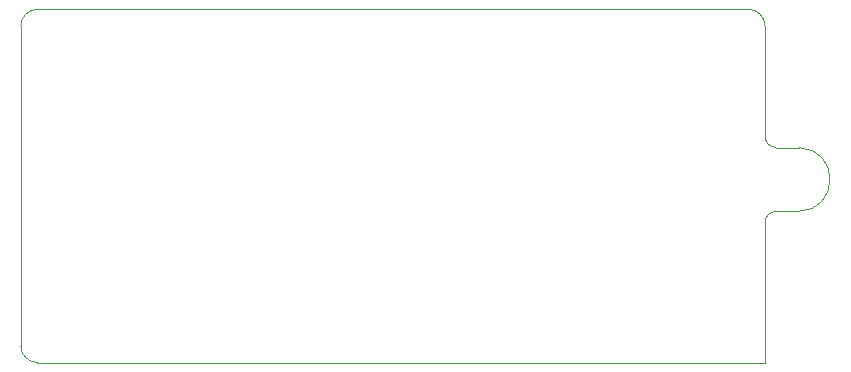
<source format=gbr>
%TF.GenerationSoftware,KiCad,Pcbnew,(6.0.1)*%
%TF.CreationDate,2023-03-06T20:27:37-05:00*%
%TF.ProjectId,PCBFiles_Node,50434246-696c-4657-935f-4e6f64652e6b,rev?*%
%TF.SameCoordinates,Original*%
%TF.FileFunction,Profile,NP*%
%FSLAX46Y46*%
G04 Gerber Fmt 4.6, Leading zero omitted, Abs format (unit mm)*
G04 Created by KiCad (PCBNEW (6.0.1)) date 2023-03-06 20:27:37*
%MOMM*%
%LPD*%
G01*
G04 APERTURE LIST*
%TA.AperFunction,Profile*%
%ADD10C,0.100000*%
%TD*%
G04 APERTURE END LIST*
D10*
X45200000Y-83900000D02*
X105403320Y-83896680D01*
X45200000Y-83900000D02*
G75*
G03*
X43800000Y-85300000I3320J-1403320D01*
G01*
X106803320Y-85296680D02*
X106800000Y-94622183D01*
X106800000Y-94622183D02*
G75*
G03*
X107700000Y-95600000I981182J1D01*
G01*
X106803320Y-85296680D02*
G75*
G03*
X105403320Y-83896680I-1403320J-3320D01*
G01*
X107777817Y-101000000D02*
G75*
G03*
X106800000Y-101900000I1J-981182D01*
G01*
X43796680Y-112403320D02*
G75*
G03*
X45196680Y-113803320I1407977J7977D01*
G01*
X43800000Y-85300000D02*
X43796680Y-112403320D01*
X45196680Y-113803320D02*
X106800000Y-113800000D01*
X107700000Y-95600000D02*
X109700000Y-95600000D01*
X106800000Y-101900000D02*
X106800000Y-113800000D01*
X109600000Y-101007397D02*
G75*
G03*
X109700000Y-95600000I-1J2704623D01*
G01*
X107777817Y-101000000D02*
X109600000Y-101007397D01*
M02*

</source>
